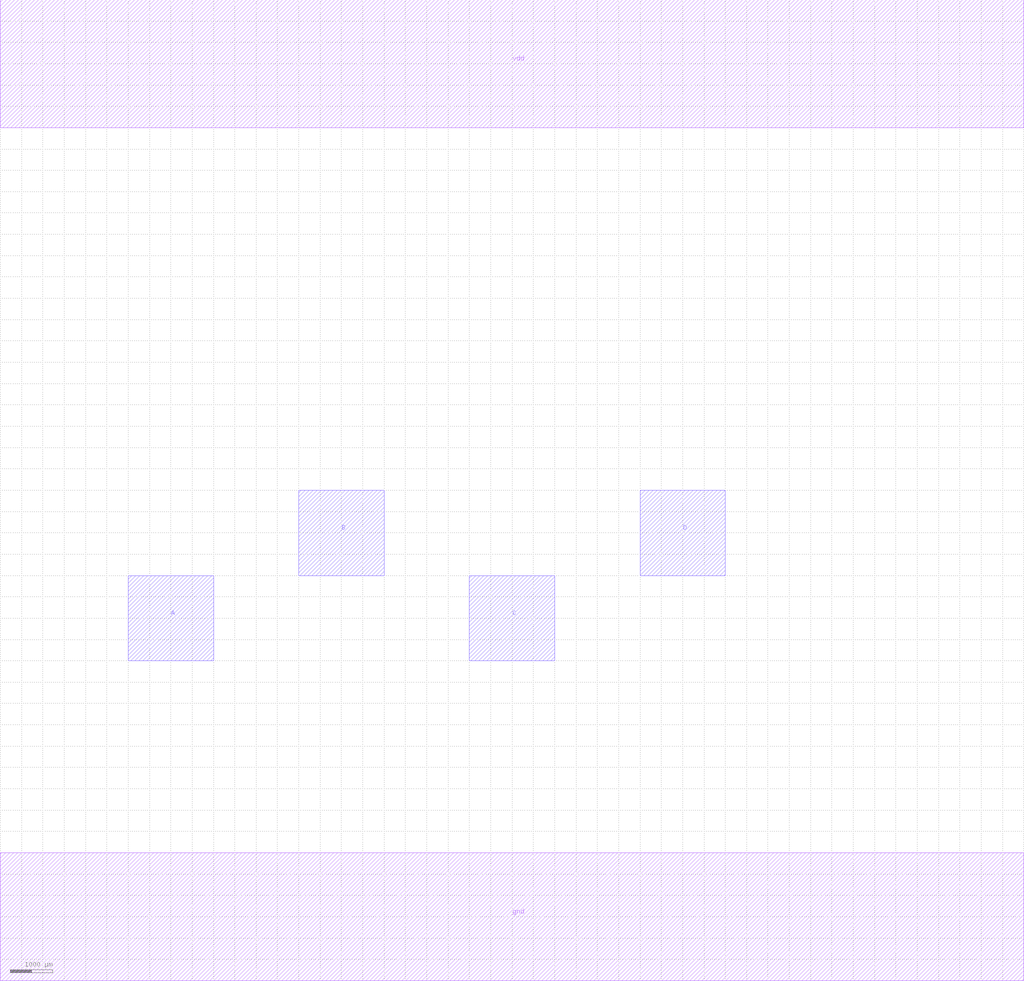
<source format=lef>
MACRO AND4
 CLASS CORE ;
 ORIGIN 0 0 ;
 FOREIGN AND4 0 0 ;
 SITE CORE ;
 SYMMETRY X Y R90 ;
  PIN vdd
   DIRECTION INOUT ;
   USE SIGNAL ;
   SHAPE ABUTMENT ;
    PORT
     CLASS CORE ;
       LAYER metal1 ;
        RECT 0.00000000 18500.00000000 24000.00000000 21500.00000000 ;
    END
  END vdd

  PIN gnd
   DIRECTION INOUT ;
   USE SIGNAL ;
   SHAPE ABUTMENT ;
    PORT
     CLASS CORE ;
       LAYER metal1 ;
        RECT 0.00000000 -1500.00000000 24000.00000000 1500.00000000 ;
    END
  END gnd

  PIN A
   DIRECTION INOUT ;
   USE SIGNAL ;
   SHAPE ABUTMENT ;
    PORT
     CLASS CORE ;
       LAYER metal2 ;
        RECT 3000.00000000 6000.00000000 5000.00000000 8000.00000000 ;
    END
  END A

  PIN B
   DIRECTION INOUT ;
   USE SIGNAL ;
   SHAPE ABUTMENT ;
    PORT
     CLASS CORE ;
       LAYER metal2 ;
        RECT 7000.00000000 8000.00000000 9000.00000000 10000.00000000 ;
    END
  END B

  PIN C
   DIRECTION INOUT ;
   USE SIGNAL ;
   SHAPE ABUTMENT ;
    PORT
     CLASS CORE ;
       LAYER metal2 ;
        RECT 11000.00000000 6000.00000000 13000.00000000 8000.00000000 ;
    END
  END C

  PIN D
   DIRECTION INOUT ;
   USE SIGNAL ;
   SHAPE ABUTMENT ;
    PORT
     CLASS CORE ;
       LAYER metal2 ;
        RECT 15000.00000000 8000.00000000 17000.00000000 10000.00000000 ;
    END
  END D


END AND4

</source>
